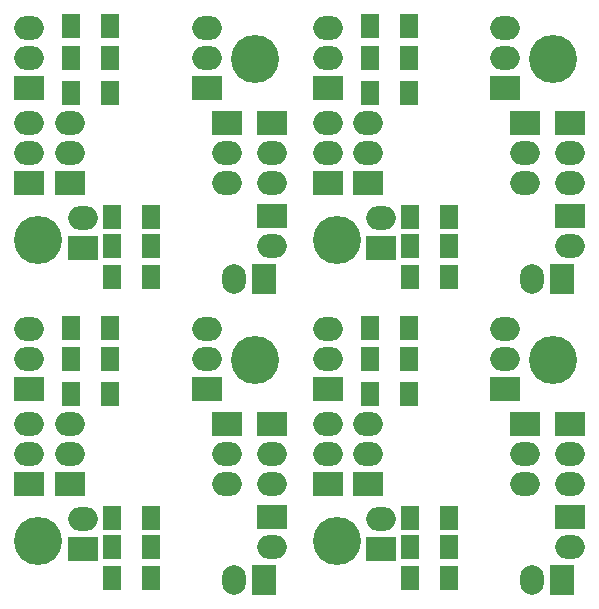
<source format=gbs>
G04 (created by PCBNEW (2013-may-18)-stable) date Вт 21 апр 2015 20:47:11*
%MOIN*%
G04 Gerber Fmt 3.4, Leading zero omitted, Abs format*
%FSLAX34Y34*%
G01*
G70*
G90*
G04 APERTURE LIST*
%ADD10C,0.00590551*%
%ADD11C,0.16*%
%ADD12R,0.0787402X0.0984252*%
%ADD13O,0.0787402X0.0984252*%
%ADD14R,0.0984252X0.0787402*%
%ADD15O,0.0984252X0.0787402*%
%ADD16R,0.06X0.08*%
G04 APERTURE END LIST*
G54D10*
G54D11*
X27263Y-29842D03*
X34488Y-23818D03*
G54D12*
X34791Y-31141D03*
G54D13*
X33791Y-31141D03*
G54D14*
X28740Y-30125D03*
G54D15*
X28740Y-29125D03*
G54D14*
X35059Y-29047D03*
G54D15*
X35059Y-30047D03*
G54D14*
X28307Y-27948D03*
G54D15*
X28307Y-26948D03*
X28307Y-25948D03*
G54D14*
X26968Y-27948D03*
G54D15*
X26968Y-26948D03*
X26968Y-25948D03*
G54D14*
X35059Y-25948D03*
G54D15*
X35059Y-26948D03*
X35059Y-27948D03*
G54D14*
X32874Y-24799D03*
G54D15*
X32874Y-23799D03*
X32874Y-22799D03*
G54D14*
X33543Y-25948D03*
G54D15*
X33543Y-26948D03*
X33543Y-27948D03*
G54D14*
X26968Y-24799D03*
G54D15*
X26968Y-23799D03*
X26968Y-22799D03*
G54D16*
X29665Y-22736D03*
X28365Y-22736D03*
X29665Y-23799D03*
X28365Y-23799D03*
X29665Y-24940D03*
X28365Y-24940D03*
X31004Y-29074D03*
X29704Y-29074D03*
X31004Y-30059D03*
X29704Y-30059D03*
X31004Y-31082D03*
X29704Y-31082D03*
X40945Y-31082D03*
X39645Y-31082D03*
X40945Y-30059D03*
X39645Y-30059D03*
X40945Y-29074D03*
X39645Y-29074D03*
X39606Y-24940D03*
X38306Y-24940D03*
X39606Y-23799D03*
X38306Y-23799D03*
X39606Y-22736D03*
X38306Y-22736D03*
G54D14*
X36909Y-24799D03*
G54D15*
X36909Y-23799D03*
X36909Y-22799D03*
G54D14*
X43484Y-25948D03*
G54D15*
X43484Y-26948D03*
X43484Y-27948D03*
G54D14*
X42814Y-24799D03*
G54D15*
X42814Y-23799D03*
X42814Y-22799D03*
G54D14*
X45000Y-25948D03*
G54D15*
X45000Y-26948D03*
X45000Y-27948D03*
G54D14*
X36909Y-27948D03*
G54D15*
X36909Y-26948D03*
X36909Y-25948D03*
G54D14*
X38248Y-27948D03*
G54D15*
X38248Y-26948D03*
X38248Y-25948D03*
G54D14*
X45000Y-29047D03*
G54D15*
X45000Y-30047D03*
G54D14*
X38681Y-30125D03*
G54D15*
X38681Y-29125D03*
G54D12*
X44732Y-31141D03*
G54D13*
X43732Y-31141D03*
G54D11*
X44429Y-23818D03*
X37204Y-29842D03*
X37204Y-19803D03*
X44429Y-13779D03*
G54D12*
X44732Y-21102D03*
G54D13*
X43732Y-21102D03*
G54D14*
X38681Y-20086D03*
G54D15*
X38681Y-19086D03*
G54D14*
X45000Y-19007D03*
G54D15*
X45000Y-20007D03*
G54D14*
X38248Y-17909D03*
G54D15*
X38248Y-16909D03*
X38248Y-15909D03*
G54D14*
X36909Y-17909D03*
G54D15*
X36909Y-16909D03*
X36909Y-15909D03*
G54D14*
X45000Y-15909D03*
G54D15*
X45000Y-16909D03*
X45000Y-17909D03*
G54D14*
X42814Y-14759D03*
G54D15*
X42814Y-13759D03*
X42814Y-12759D03*
G54D14*
X43484Y-15909D03*
G54D15*
X43484Y-16909D03*
X43484Y-17909D03*
G54D14*
X36909Y-14759D03*
G54D15*
X36909Y-13759D03*
X36909Y-12759D03*
G54D16*
X39606Y-12696D03*
X38306Y-12696D03*
X39606Y-13759D03*
X38306Y-13759D03*
X39606Y-14901D03*
X38306Y-14901D03*
X40945Y-19035D03*
X39645Y-19035D03*
X40945Y-20019D03*
X39645Y-20019D03*
X40945Y-21043D03*
X39645Y-21043D03*
X31004Y-21043D03*
X29704Y-21043D03*
X31004Y-20019D03*
X29704Y-20019D03*
X31004Y-19035D03*
X29704Y-19035D03*
X29665Y-14901D03*
X28365Y-14901D03*
X29665Y-13759D03*
X28365Y-13759D03*
X29665Y-12696D03*
X28365Y-12696D03*
G54D14*
X26968Y-14759D03*
G54D15*
X26968Y-13759D03*
X26968Y-12759D03*
G54D14*
X33543Y-15909D03*
G54D15*
X33543Y-16909D03*
X33543Y-17909D03*
G54D14*
X32874Y-14759D03*
G54D15*
X32874Y-13759D03*
X32874Y-12759D03*
G54D14*
X35059Y-15909D03*
G54D15*
X35059Y-16909D03*
X35059Y-17909D03*
G54D14*
X26968Y-17909D03*
G54D15*
X26968Y-16909D03*
X26968Y-15909D03*
G54D14*
X28307Y-17909D03*
G54D15*
X28307Y-16909D03*
X28307Y-15909D03*
G54D14*
X35059Y-19007D03*
G54D15*
X35059Y-20007D03*
G54D14*
X28740Y-20086D03*
G54D15*
X28740Y-19086D03*
G54D12*
X34791Y-21102D03*
G54D13*
X33791Y-21102D03*
G54D11*
X34488Y-13779D03*
X27263Y-19803D03*
M02*

</source>
